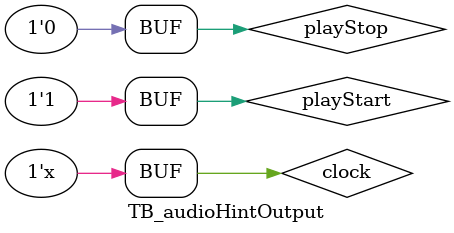
<source format=v>
`timescale 1ns / 1ps


module TB_audioHintOutput;

    reg clock = 1'b0, playStart = 1'b0, playStop = 1'b0; 
    wire audioPwm;

    audioHintOutput #(
        .PLAYING_CLOCK_THRESHOLD(0)
    ) UUT (
        .in_100MHzClock(clock),
        .in_reset(1'b0),
        .in_enable(1'b1),
        .in_startPlaying(playStart),
        .in_stopPlaying(playStop),
        .out_audioPwm(audioPwm)
    );
    
    always begin
        #1 clock = ~clock;
    end
    
    initial begin
        #2 playStart = 1'b1;
    end

endmodule

</source>
